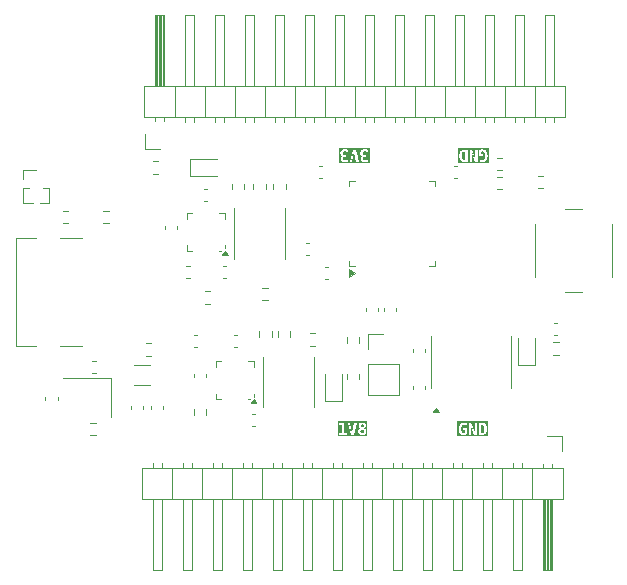
<source format=gbr>
%TF.GenerationSoftware,KiCad,Pcbnew,8.0.2-8.0.2-0~ubuntu22.04.1*%
%TF.CreationDate,2024-06-03T20:12:09+08:00*%
%TF.ProjectId,pcb-stm32,7063622d-7374-46d3-9332-2e6b69636164,rev?*%
%TF.SameCoordinates,Original*%
%TF.FileFunction,Legend,Top*%
%TF.FilePolarity,Positive*%
%FSLAX46Y46*%
G04 Gerber Fmt 4.6, Leading zero omitted, Abs format (unit mm)*
G04 Created by KiCad (PCBNEW 8.0.2-8.0.2-0~ubuntu22.04.1) date 2024-06-03 20:12:09*
%MOMM*%
%LPD*%
G01*
G04 APERTURE LIST*
%ADD10C,0.200000*%
%ADD11C,0.120000*%
G04 APERTURE END LIST*
D10*
G36*
X143118946Y-74329734D02*
G01*
X143063991Y-74329734D01*
X143021533Y-74326987D01*
X142972455Y-74314774D01*
X142927534Y-74289358D01*
X142893510Y-74251577D01*
X142890384Y-74246601D01*
X142868952Y-74199134D01*
X142855408Y-74146430D01*
X142847668Y-74092958D01*
X142843947Y-74042547D01*
X142842707Y-73986817D01*
X142842757Y-73975170D01*
X142844493Y-73920148D01*
X142848710Y-73870480D01*
X142857045Y-73817947D01*
X142871284Y-73766403D01*
X142893510Y-73720348D01*
X142923216Y-73686048D01*
X142966926Y-73659173D01*
X143014927Y-73645698D01*
X143063991Y-73641946D01*
X143118946Y-73641946D01*
X143118946Y-74329734D01*
G37*
G36*
X145130755Y-74628424D02*
G01*
X142520815Y-74628424D01*
X142520815Y-73986817D01*
X142631926Y-73986817D01*
X142632034Y-74003780D01*
X142634627Y-74068634D01*
X142640677Y-74128695D01*
X142650186Y-74183962D01*
X142663152Y-74234437D01*
X142684221Y-74290789D01*
X142710693Y-74339652D01*
X142742568Y-74381025D01*
X142749620Y-74388448D01*
X142789004Y-74422029D01*
X142835258Y-74449719D01*
X142888381Y-74471517D01*
X142935825Y-74484714D01*
X142987665Y-74494140D01*
X143043902Y-74499796D01*
X143104535Y-74501681D01*
X143321667Y-74501681D01*
X143493859Y-74501681D01*
X143672644Y-74501681D01*
X143672644Y-73751856D01*
X143958408Y-74501681D01*
X144176029Y-74501681D01*
X144176029Y-73550355D01*
X144323796Y-73550355D01*
X144323796Y-74017103D01*
X144639846Y-74017103D01*
X144639846Y-73845157D01*
X144500872Y-73845157D01*
X144500872Y-73649518D01*
X144538729Y-73631933D01*
X144544664Y-73630616D01*
X144593684Y-73626315D01*
X144631308Y-73629535D01*
X144681143Y-73646440D01*
X144723056Y-73677835D01*
X144753663Y-73717906D01*
X144760318Y-73729714D01*
X144780228Y-73776209D01*
X144794879Y-73830746D01*
X144803251Y-73883892D01*
X144807276Y-73932693D01*
X144808618Y-73985596D01*
X144808562Y-73996833D01*
X144806617Y-74050320D01*
X144801893Y-74099310D01*
X144792557Y-74152164D01*
X144776607Y-74205644D01*
X144751709Y-74255973D01*
X144723923Y-74290805D01*
X144680024Y-74323018D01*
X144633282Y-74339779D01*
X144579274Y-74345366D01*
X144554922Y-74344396D01*
X144504752Y-74335636D01*
X144458129Y-74317766D01*
X144434492Y-74304501D01*
X144393882Y-74272982D01*
X144360188Y-74235945D01*
X144360188Y-74454787D01*
X144380055Y-74465646D01*
X144424925Y-74485757D01*
X144472295Y-74501193D01*
X144494721Y-74506671D01*
X144543840Y-74514652D01*
X144593684Y-74517313D01*
X144619164Y-74516780D01*
X144679540Y-74510780D01*
X144735169Y-74498113D01*
X144786053Y-74478780D01*
X144832189Y-74452780D01*
X144873579Y-74420114D01*
X144910223Y-74380781D01*
X144923473Y-74363238D01*
X144952858Y-74315205D01*
X144976901Y-74261209D01*
X144992288Y-74213719D01*
X145004256Y-74162413D01*
X145012805Y-74107290D01*
X145017934Y-74048351D01*
X145019644Y-73985596D01*
X145019538Y-73969788D01*
X145016996Y-73908833D01*
X145011066Y-73851518D01*
X145001746Y-73797843D01*
X144989038Y-73747810D01*
X144968387Y-73690388D01*
X144942441Y-73638654D01*
X144911200Y-73592609D01*
X144897261Y-73575869D01*
X144859324Y-73538744D01*
X144816975Y-73508369D01*
X144770214Y-73484743D01*
X144719040Y-73467868D01*
X144663453Y-73457743D01*
X144603454Y-73454368D01*
X144554209Y-73456729D01*
X144502299Y-73464781D01*
X144452756Y-73478548D01*
X144409832Y-73496055D01*
X144365371Y-73520492D01*
X144323796Y-73550355D01*
X144176029Y-73550355D01*
X144176029Y-73470000D01*
X143997487Y-73470000D01*
X143997487Y-74219825D01*
X143710258Y-73470000D01*
X143493859Y-73470000D01*
X143493859Y-74501681D01*
X143321667Y-74501681D01*
X143321667Y-73470000D01*
X143104535Y-73470000D01*
X143043902Y-73471892D01*
X142987665Y-73477571D01*
X142935825Y-73487035D01*
X142877206Y-73504190D01*
X142825457Y-73527259D01*
X142780578Y-73556244D01*
X142742568Y-73591144D01*
X142722795Y-73615248D01*
X142694162Y-73661394D01*
X142670931Y-73715006D01*
X142656237Y-73763271D01*
X142644999Y-73816313D01*
X142637220Y-73874134D01*
X142632898Y-73936733D01*
X142631926Y-73986817D01*
X142520815Y-73986817D01*
X142520815Y-73343257D01*
X145130755Y-73343257D01*
X145130755Y-74628424D01*
G37*
G36*
X135025137Y-74628424D02*
G01*
X132448902Y-74628424D01*
X132448902Y-73761381D01*
X132560013Y-73761381D01*
X132562048Y-73801727D01*
X132571093Y-73850820D01*
X132589917Y-73899626D01*
X132617899Y-73941632D01*
X132645618Y-73969298D01*
X132688607Y-73997930D01*
X132733762Y-74016829D01*
X132785450Y-74029560D01*
X132767664Y-74033253D01*
X132719046Y-74048531D01*
X132673365Y-74072893D01*
X132636461Y-74105031D01*
X132633246Y-74108666D01*
X132604611Y-74152899D01*
X132589298Y-74199872D01*
X132584193Y-74253286D01*
X132584282Y-74260958D01*
X132589857Y-74311737D01*
X132606847Y-74363501D01*
X132635164Y-74408579D01*
X132674808Y-74446971D01*
X132680541Y-74451299D01*
X132724587Y-74477745D01*
X132775483Y-74497460D01*
X132824558Y-74509001D01*
X132878666Y-74515595D01*
X132927599Y-74517313D01*
X132959564Y-74516550D01*
X133008772Y-74512542D01*
X133059490Y-74505101D01*
X133076774Y-74501681D01*
X133349895Y-74501681D01*
X133554082Y-74501681D01*
X133734577Y-73639993D01*
X133914584Y-74501681D01*
X134118771Y-74501681D01*
X133943686Y-73761381D01*
X134244312Y-73761381D01*
X134246347Y-73801727D01*
X134255392Y-73850820D01*
X134274216Y-73899626D01*
X134302198Y-73941632D01*
X134329917Y-73969298D01*
X134372906Y-73997930D01*
X134418060Y-74016829D01*
X134469748Y-74029560D01*
X134451962Y-74033253D01*
X134403345Y-74048531D01*
X134357664Y-74072893D01*
X134320760Y-74105031D01*
X134317544Y-74108666D01*
X134288909Y-74152899D01*
X134273596Y-74199872D01*
X134268492Y-74253286D01*
X134268581Y-74260958D01*
X134274156Y-74311737D01*
X134291146Y-74363501D01*
X134319463Y-74408579D01*
X134359106Y-74446971D01*
X134364840Y-74451299D01*
X134408886Y-74477745D01*
X134459781Y-74497460D01*
X134508857Y-74509001D01*
X134562964Y-74515595D01*
X134611898Y-74517313D01*
X134643863Y-74516550D01*
X134693070Y-74512542D01*
X134743789Y-74505101D01*
X134786899Y-74496571D01*
X134834815Y-74484765D01*
X134883251Y-74470418D01*
X134883251Y-74282840D01*
X134843796Y-74298854D01*
X134796622Y-74315278D01*
X134746475Y-74329246D01*
X134726070Y-74333890D01*
X134674914Y-74342280D01*
X134622889Y-74345366D01*
X134604494Y-74344866D01*
X134552092Y-74336336D01*
X134505652Y-74313370D01*
X134474511Y-74275329D01*
X134464131Y-74224710D01*
X134473254Y-74179244D01*
X134505652Y-74140690D01*
X134522425Y-74130564D01*
X134570911Y-74115083D01*
X134622889Y-74110893D01*
X134731332Y-74110893D01*
X134731332Y-73938946D01*
X134622889Y-73938946D01*
X134576579Y-73935468D01*
X134528531Y-73921772D01*
X134486845Y-73894982D01*
X134463586Y-73867354D01*
X134444415Y-73821502D01*
X134438729Y-73770418D01*
X134439481Y-73754294D01*
X134453954Y-73704533D01*
X134486845Y-73665150D01*
X134516615Y-73646377D01*
X134564723Y-73630904D01*
X134617271Y-73626315D01*
X134622423Y-73626330D01*
X134673132Y-73628191D01*
X134722362Y-73633152D01*
X134774808Y-73642191D01*
X134820517Y-73653673D01*
X134868484Y-73669554D01*
X134914026Y-73688841D01*
X134914026Y-73501263D01*
X134870487Y-73488115D01*
X134821106Y-73476078D01*
X134770167Y-73466580D01*
X134722912Y-73460140D01*
X134670380Y-73455811D01*
X134617271Y-73454368D01*
X134594864Y-73454675D01*
X134541800Y-73458131D01*
X134483697Y-73467348D01*
X134431674Y-73482094D01*
X134385729Y-73502370D01*
X134339811Y-73533014D01*
X134307356Y-73565005D01*
X134277979Y-73608644D01*
X134257742Y-73659085D01*
X134247670Y-73707735D01*
X134244312Y-73761381D01*
X133943686Y-73761381D01*
X133874773Y-73470000D01*
X133593893Y-73470000D01*
X133349895Y-74501681D01*
X133076774Y-74501681D01*
X133102600Y-74496571D01*
X133150517Y-74484765D01*
X133198953Y-74470418D01*
X133198953Y-74282840D01*
X133159497Y-74298854D01*
X133112323Y-74315278D01*
X133062177Y-74329246D01*
X133041772Y-74333890D01*
X132990616Y-74342280D01*
X132938590Y-74345366D01*
X132920195Y-74344866D01*
X132867793Y-74336336D01*
X132821353Y-74313370D01*
X132790212Y-74275329D01*
X132779832Y-74224710D01*
X132788955Y-74179244D01*
X132821353Y-74140690D01*
X132838126Y-74130564D01*
X132886612Y-74115083D01*
X132938590Y-74110893D01*
X133047034Y-74110893D01*
X133047034Y-73938946D01*
X132938590Y-73938946D01*
X132892280Y-73935468D01*
X132844232Y-73921772D01*
X132802547Y-73894982D01*
X132779287Y-73867354D01*
X132760116Y-73821502D01*
X132754431Y-73770418D01*
X132755183Y-73754294D01*
X132769655Y-73704533D01*
X132802547Y-73665150D01*
X132832317Y-73646377D01*
X132880425Y-73630904D01*
X132932972Y-73626315D01*
X132938125Y-73626330D01*
X132988834Y-73628191D01*
X133038064Y-73633152D01*
X133090509Y-73642191D01*
X133136219Y-73653673D01*
X133184185Y-73669554D01*
X133229727Y-73688841D01*
X133229727Y-73501263D01*
X133186188Y-73488115D01*
X133136807Y-73476078D01*
X133085868Y-73466580D01*
X133038613Y-73460140D01*
X132986081Y-73455811D01*
X132932972Y-73454368D01*
X132910565Y-73454675D01*
X132857502Y-73458131D01*
X132799399Y-73467348D01*
X132747375Y-73482094D01*
X132701431Y-73502370D01*
X132655512Y-73533014D01*
X132623058Y-73565005D01*
X132593681Y-73608644D01*
X132573443Y-73659085D01*
X132563371Y-73707735D01*
X132560013Y-73761381D01*
X132448902Y-73761381D01*
X132448902Y-73343257D01*
X135025137Y-73343257D01*
X135025137Y-74628424D01*
G37*
G36*
X134428363Y-97162150D02*
G01*
X134476282Y-97175273D01*
X134517969Y-97205994D01*
X134534338Y-97227046D01*
X134554071Y-97273523D01*
X134559979Y-97324940D01*
X134558493Y-97351207D01*
X134545082Y-97401696D01*
X134517725Y-97443398D01*
X134503894Y-97456626D01*
X134458507Y-97481737D01*
X134407571Y-97489316D01*
X134386914Y-97488212D01*
X134339178Y-97475019D01*
X134297418Y-97444131D01*
X134281144Y-97422900D01*
X134261525Y-97376277D01*
X134255652Y-97324940D01*
X134257120Y-97298210D01*
X134270376Y-97247305D01*
X134297418Y-97205994D01*
X134311184Y-97193047D01*
X134356517Y-97168470D01*
X134407571Y-97161053D01*
X134428363Y-97162150D01*
G37*
G36*
X134411316Y-96739036D02*
G01*
X134461488Y-96747855D01*
X134502581Y-96774417D01*
X134506781Y-96778944D01*
X134530626Y-96822373D01*
X134537264Y-96870893D01*
X134537230Y-96874715D01*
X134528593Y-96926092D01*
X134502581Y-96968590D01*
X134500389Y-96970814D01*
X134458494Y-96996795D01*
X134407571Y-97004738D01*
X134403856Y-97004703D01*
X134354021Y-96995701D01*
X134313049Y-96968590D01*
X134308849Y-96963972D01*
X134285005Y-96919886D01*
X134278367Y-96870893D01*
X134278401Y-96867146D01*
X134287098Y-96816732D01*
X134313293Y-96774905D01*
X134315515Y-96772696D01*
X134357418Y-96746891D01*
X134407571Y-96739002D01*
X134411316Y-96739036D01*
G37*
G36*
X134853783Y-97756742D02*
G01*
X132318093Y-97756742D01*
X132318093Y-97458053D01*
X132429204Y-97458053D01*
X132429204Y-97630000D01*
X133079623Y-97630000D01*
X133079623Y-97458053D01*
X132852965Y-97458053D01*
X132852965Y-96598318D01*
X133181228Y-96598318D01*
X133425226Y-97630000D01*
X133706106Y-97630000D01*
X133775828Y-97335198D01*
X134072958Y-97335198D01*
X134075087Y-97379959D01*
X134083262Y-97429326D01*
X134100547Y-97480931D01*
X134126178Y-97526085D01*
X134160153Y-97564787D01*
X134201795Y-97596288D01*
X134250427Y-97620051D01*
X134297673Y-97634262D01*
X134350055Y-97642789D01*
X134407571Y-97645631D01*
X134465253Y-97642789D01*
X134517767Y-97634262D01*
X134565111Y-97620051D01*
X134613812Y-97596288D01*
X134655478Y-97564787D01*
X134685110Y-97532009D01*
X134711933Y-97487777D01*
X134730410Y-97437093D01*
X134739607Y-97388516D01*
X134742672Y-97335198D01*
X134742249Y-97317668D01*
X134735906Y-97267936D01*
X134719930Y-97217709D01*
X134694556Y-97172777D01*
X134688426Y-97164452D01*
X134653398Y-97127691D01*
X134611070Y-97099040D01*
X134561444Y-97078499D01*
X134601430Y-97060912D01*
X134642483Y-97033066D01*
X134677459Y-96994724D01*
X134700126Y-96952655D01*
X134713383Y-96904699D01*
X134717271Y-96855994D01*
X134717190Y-96848139D01*
X134712066Y-96796063D01*
X134696449Y-96742787D01*
X134670422Y-96696168D01*
X134633984Y-96656203D01*
X134606560Y-96635024D01*
X134563219Y-96611404D01*
X134514103Y-96594819D01*
X134459214Y-96585271D01*
X134407571Y-96582686D01*
X134372782Y-96583835D01*
X134324090Y-96589866D01*
X134272578Y-96603435D01*
X134226770Y-96624040D01*
X134181402Y-96656203D01*
X134171346Y-96665570D01*
X134137610Y-96707199D01*
X134114254Y-96755482D01*
X134102333Y-96803190D01*
X134098360Y-96855994D01*
X134099439Y-96870893D01*
X134101567Y-96900284D01*
X134114197Y-96948959D01*
X134138904Y-96995212D01*
X134171165Y-97030619D01*
X134212200Y-97058926D01*
X134257117Y-97078499D01*
X134246457Y-97081870D01*
X134197560Y-97103675D01*
X134156010Y-97133733D01*
X134121807Y-97172044D01*
X134113077Y-97184974D01*
X134090179Y-97231609D01*
X134076822Y-97283683D01*
X134073727Y-97324940D01*
X134072958Y-97335198D01*
X133775828Y-97335198D01*
X133950104Y-96598318D01*
X133745917Y-96598318D01*
X133565422Y-97460006D01*
X133385415Y-96598318D01*
X133181228Y-96598318D01*
X132852965Y-96598318D01*
X132657083Y-96598318D01*
X132444836Y-96645212D01*
X132444836Y-96817159D01*
X132655861Y-96770265D01*
X132655861Y-97458053D01*
X132429204Y-97458053D01*
X132318093Y-97458053D01*
X132318093Y-96471575D01*
X134853783Y-96471575D01*
X134853783Y-97756742D01*
G37*
G36*
X144578466Y-96773012D02*
G01*
X144627544Y-96785225D01*
X144672465Y-96810641D01*
X144706489Y-96848422D01*
X144709615Y-96853398D01*
X144731047Y-96900865D01*
X144744591Y-96953569D01*
X144752331Y-97007041D01*
X144756052Y-97057452D01*
X144757292Y-97113182D01*
X144757242Y-97124829D01*
X144755506Y-97179851D01*
X144751289Y-97229519D01*
X144742954Y-97282052D01*
X144728715Y-97333596D01*
X144706489Y-97379651D01*
X144676783Y-97413951D01*
X144633073Y-97440826D01*
X144585072Y-97454301D01*
X144536008Y-97458053D01*
X144481053Y-97458053D01*
X144481053Y-96770265D01*
X144536008Y-96770265D01*
X144578466Y-96773012D01*
G37*
G36*
X145079184Y-97756742D02*
G01*
X142469244Y-97756742D01*
X142469244Y-97114403D01*
X142580355Y-97114403D01*
X142580461Y-97130211D01*
X142583003Y-97191166D01*
X142588933Y-97248481D01*
X142598253Y-97302156D01*
X142610961Y-97352189D01*
X142631612Y-97409611D01*
X142657558Y-97461345D01*
X142688799Y-97507390D01*
X142702738Y-97524130D01*
X142740675Y-97561255D01*
X142783024Y-97591630D01*
X142829785Y-97615256D01*
X142880959Y-97632131D01*
X142936546Y-97642256D01*
X142996545Y-97645631D01*
X143045790Y-97643270D01*
X143097700Y-97635218D01*
X143116478Y-97630000D01*
X143423970Y-97630000D01*
X143602512Y-97630000D01*
X143602512Y-96880174D01*
X143889741Y-97630000D01*
X144106140Y-97630000D01*
X144106140Y-97458053D01*
X144278332Y-97458053D01*
X144278332Y-97630000D01*
X144495464Y-97630000D01*
X144556097Y-97628107D01*
X144612334Y-97622428D01*
X144664174Y-97612964D01*
X144722793Y-97595809D01*
X144774542Y-97572740D01*
X144819421Y-97543755D01*
X144857431Y-97508855D01*
X144877204Y-97484751D01*
X144905837Y-97438605D01*
X144929068Y-97384993D01*
X144943762Y-97336728D01*
X144955000Y-97283686D01*
X144962779Y-97225865D01*
X144967101Y-97163266D01*
X144968073Y-97113182D01*
X144967965Y-97096219D01*
X144965372Y-97031365D01*
X144959322Y-96971304D01*
X144949813Y-96916037D01*
X144936847Y-96865562D01*
X144915778Y-96809210D01*
X144889306Y-96760347D01*
X144857431Y-96718974D01*
X144850379Y-96711551D01*
X144810995Y-96677970D01*
X144764741Y-96650280D01*
X144711618Y-96628482D01*
X144664174Y-96615285D01*
X144612334Y-96605859D01*
X144556097Y-96600203D01*
X144495464Y-96598318D01*
X144278332Y-96598318D01*
X144278332Y-97458053D01*
X144106140Y-97458053D01*
X144106140Y-96598318D01*
X143927355Y-96598318D01*
X143927355Y-97348143D01*
X143641591Y-96598318D01*
X143423970Y-96598318D01*
X143423970Y-97630000D01*
X143116478Y-97630000D01*
X143147243Y-97621451D01*
X143190167Y-97603944D01*
X143234628Y-97579507D01*
X143276203Y-97549644D01*
X143276203Y-97082896D01*
X142960153Y-97082896D01*
X142960153Y-97254842D01*
X143099127Y-97254842D01*
X143099127Y-97450481D01*
X143061270Y-97468066D01*
X143055335Y-97469383D01*
X143006315Y-97473684D01*
X142968691Y-97470464D01*
X142918856Y-97453559D01*
X142876943Y-97422164D01*
X142846336Y-97382093D01*
X142839681Y-97370285D01*
X142819771Y-97323790D01*
X142805120Y-97269253D01*
X142796748Y-97216107D01*
X142792723Y-97167306D01*
X142791381Y-97114403D01*
X142791437Y-97103166D01*
X142793382Y-97049679D01*
X142798106Y-97000689D01*
X142807442Y-96947835D01*
X142823392Y-96894355D01*
X142848290Y-96844026D01*
X142876076Y-96809194D01*
X142919975Y-96776981D01*
X142966717Y-96760220D01*
X143020725Y-96754633D01*
X143045077Y-96755603D01*
X143095247Y-96764363D01*
X143141870Y-96782233D01*
X143165507Y-96795498D01*
X143206117Y-96827017D01*
X143239811Y-96864054D01*
X143239811Y-96645212D01*
X143219944Y-96634353D01*
X143175074Y-96614242D01*
X143127704Y-96598806D01*
X143105278Y-96593328D01*
X143056159Y-96585347D01*
X143006315Y-96582686D01*
X142980835Y-96583219D01*
X142920459Y-96589219D01*
X142864830Y-96601886D01*
X142813946Y-96621219D01*
X142767810Y-96647219D01*
X142726420Y-96679885D01*
X142689776Y-96719218D01*
X142676526Y-96736761D01*
X142647141Y-96784794D01*
X142623098Y-96838790D01*
X142607711Y-96886280D01*
X142595743Y-96937586D01*
X142587194Y-96992709D01*
X142582065Y-97051648D01*
X142580355Y-97114403D01*
X142469244Y-97114403D01*
X142469244Y-96471575D01*
X145079184Y-96471575D01*
X145079184Y-97756742D01*
G37*
D11*
%TO.C,C5*%
X107590000Y-94690580D02*
X107590000Y-94409420D01*
X108610000Y-94690580D02*
X108610000Y-94409420D01*
%TO.C,C3*%
X150940580Y-88190000D02*
X150659420Y-88190000D01*
X150940580Y-89210000D02*
X150659420Y-89210000D01*
%TO.C,C10*%
X134690000Y-87140580D02*
X134690000Y-86859420D01*
X135710000Y-87140580D02*
X135710000Y-86859420D01*
%TO.C,C20*%
X121290580Y-76840000D02*
X121009420Y-76840000D01*
X121290580Y-77860000D02*
X121009420Y-77860000D01*
%TO.C,J3*%
X115730000Y-100440000D02*
X115730000Y-103100000D01*
X115730000Y-103100000D02*
X151410000Y-103100000D01*
X116680000Y-100042929D02*
X116680000Y-100440000D01*
X116680000Y-109100000D02*
X116680000Y-103100000D01*
X117440000Y-100042929D02*
X117440000Y-100440000D01*
X117440000Y-103100000D02*
X117440000Y-109100000D01*
X117440000Y-109100000D02*
X116680000Y-109100000D01*
X118330000Y-100440000D02*
X118330000Y-103100000D01*
X119220000Y-100042929D02*
X119220000Y-100440000D01*
X119220000Y-109100000D02*
X119220000Y-103100000D01*
X119980000Y-100042929D02*
X119980000Y-100440000D01*
X119980000Y-103100000D02*
X119980000Y-109100000D01*
X119980000Y-109100000D02*
X119220000Y-109100000D01*
X120870000Y-100440000D02*
X120870000Y-103100000D01*
X121760000Y-100042929D02*
X121760000Y-100440000D01*
X121760000Y-109100000D02*
X121760000Y-103100000D01*
X122520000Y-100042929D02*
X122520000Y-100440000D01*
X122520000Y-103100000D02*
X122520000Y-109100000D01*
X122520000Y-109100000D02*
X121760000Y-109100000D01*
X123410000Y-100440000D02*
X123410000Y-103100000D01*
X124300000Y-100042929D02*
X124300000Y-100440000D01*
X124300000Y-109100000D02*
X124300000Y-103100000D01*
X125060000Y-100042929D02*
X125060000Y-100440000D01*
X125060000Y-103100000D02*
X125060000Y-109100000D01*
X125060000Y-109100000D02*
X124300000Y-109100000D01*
X125950000Y-100440000D02*
X125950000Y-103100000D01*
X126840000Y-100042929D02*
X126840000Y-100440000D01*
X126840000Y-109100000D02*
X126840000Y-103100000D01*
X127600000Y-100042929D02*
X127600000Y-100440000D01*
X127600000Y-103100000D02*
X127600000Y-109100000D01*
X127600000Y-109100000D02*
X126840000Y-109100000D01*
X128490000Y-100440000D02*
X128490000Y-103100000D01*
X129380000Y-100042929D02*
X129380000Y-100440000D01*
X129380000Y-109100000D02*
X129380000Y-103100000D01*
X130140000Y-100042929D02*
X130140000Y-100440000D01*
X130140000Y-103100000D02*
X130140000Y-109100000D01*
X130140000Y-109100000D02*
X129380000Y-109100000D01*
X131030000Y-100440000D02*
X131030000Y-103100000D01*
X131920000Y-100042929D02*
X131920000Y-100440000D01*
X131920000Y-109100000D02*
X131920000Y-103100000D01*
X132680000Y-100042929D02*
X132680000Y-100440000D01*
X132680000Y-103100000D02*
X132680000Y-109100000D01*
X132680000Y-109100000D02*
X131920000Y-109100000D01*
X133570000Y-100440000D02*
X133570000Y-103100000D01*
X134460000Y-100042929D02*
X134460000Y-100440000D01*
X134460000Y-109100000D02*
X134460000Y-103100000D01*
X135220000Y-100042929D02*
X135220000Y-100440000D01*
X135220000Y-103100000D02*
X135220000Y-109100000D01*
X135220000Y-109100000D02*
X134460000Y-109100000D01*
X136110000Y-100440000D02*
X136110000Y-103100000D01*
X137000000Y-100042929D02*
X137000000Y-100440000D01*
X137000000Y-109100000D02*
X137000000Y-103100000D01*
X137760000Y-100042929D02*
X137760000Y-100440000D01*
X137760000Y-103100000D02*
X137760000Y-109100000D01*
X137760000Y-109100000D02*
X137000000Y-109100000D01*
X138650000Y-100440000D02*
X138650000Y-103100000D01*
X139540000Y-100042929D02*
X139540000Y-100440000D01*
X139540000Y-109100000D02*
X139540000Y-103100000D01*
X140300000Y-100042929D02*
X140300000Y-100440000D01*
X140300000Y-103100000D02*
X140300000Y-109100000D01*
X140300000Y-109100000D02*
X139540000Y-109100000D01*
X141190000Y-100440000D02*
X141190000Y-103100000D01*
X142080000Y-100042929D02*
X142080000Y-100440000D01*
X142080000Y-109100000D02*
X142080000Y-103100000D01*
X142840000Y-100042929D02*
X142840000Y-100440000D01*
X142840000Y-103100000D02*
X142840000Y-109100000D01*
X142840000Y-109100000D02*
X142080000Y-109100000D01*
X143730000Y-100440000D02*
X143730000Y-103100000D01*
X144620000Y-100042929D02*
X144620000Y-100440000D01*
X144620000Y-109100000D02*
X144620000Y-103100000D01*
X145380000Y-100042929D02*
X145380000Y-100440000D01*
X145380000Y-103100000D02*
X145380000Y-109100000D01*
X145380000Y-109100000D02*
X144620000Y-109100000D01*
X146270000Y-100440000D02*
X146270000Y-103100000D01*
X147160000Y-100042929D02*
X147160000Y-100440000D01*
X147160000Y-109100000D02*
X147160000Y-103100000D01*
X147920000Y-100042929D02*
X147920000Y-100440000D01*
X147920000Y-103100000D02*
X147920000Y-109100000D01*
X147920000Y-109100000D02*
X147160000Y-109100000D01*
X148810000Y-100440000D02*
X148810000Y-103100000D01*
X149700000Y-100110000D02*
X149700000Y-100440000D01*
X149700000Y-109100000D02*
X149700000Y-103100000D01*
X149800000Y-103100000D02*
X149800000Y-109100000D01*
X149920000Y-103100000D02*
X149920000Y-109100000D01*
X150040000Y-103100000D02*
X150040000Y-109100000D01*
X150080000Y-97730000D02*
X151350000Y-97730000D01*
X150160000Y-103100000D02*
X150160000Y-109100000D01*
X150280000Y-103100000D02*
X150280000Y-109100000D01*
X150400000Y-103100000D02*
X150400000Y-109100000D01*
X150460000Y-100110000D02*
X150460000Y-100440000D01*
X150460000Y-103100000D02*
X150460000Y-109100000D01*
X150460000Y-109100000D02*
X149700000Y-109100000D01*
X151350000Y-97730000D02*
X151350000Y-99000000D01*
X151410000Y-100440000D02*
X115730000Y-100440000D01*
X151410000Y-103100000D02*
X151410000Y-100440000D01*
%TO.C,R26*%
X126437258Y-85177500D02*
X125962742Y-85177500D01*
X126437258Y-86222500D02*
X125962742Y-86222500D01*
%TO.C,C13*%
X131040580Y-74890000D02*
X130759420Y-74890000D01*
X131040580Y-75910000D02*
X130759420Y-75910000D01*
%TO.C,J2*%
X115920000Y-68050000D02*
X115920000Y-70710000D01*
X115920000Y-70710000D02*
X151600000Y-70710000D01*
X115980000Y-73420000D02*
X115980000Y-72150000D01*
X116870000Y-62050000D02*
X117630000Y-62050000D01*
X116870000Y-68050000D02*
X116870000Y-62050000D01*
X116870000Y-71040000D02*
X116870000Y-70710000D01*
X116930000Y-68050000D02*
X116930000Y-62050000D01*
X117050000Y-68050000D02*
X117050000Y-62050000D01*
X117170000Y-68050000D02*
X117170000Y-62050000D01*
X117250000Y-73420000D02*
X115980000Y-73420000D01*
X117290000Y-68050000D02*
X117290000Y-62050000D01*
X117410000Y-68050000D02*
X117410000Y-62050000D01*
X117530000Y-68050000D02*
X117530000Y-62050000D01*
X117630000Y-62050000D02*
X117630000Y-68050000D01*
X117630000Y-71040000D02*
X117630000Y-70710000D01*
X118520000Y-70710000D02*
X118520000Y-68050000D01*
X119410000Y-62050000D02*
X120170000Y-62050000D01*
X119410000Y-68050000D02*
X119410000Y-62050000D01*
X119410000Y-71107071D02*
X119410000Y-70710000D01*
X120170000Y-62050000D02*
X120170000Y-68050000D01*
X120170000Y-71107071D02*
X120170000Y-70710000D01*
X121060000Y-70710000D02*
X121060000Y-68050000D01*
X121950000Y-62050000D02*
X122710000Y-62050000D01*
X121950000Y-68050000D02*
X121950000Y-62050000D01*
X121950000Y-71107071D02*
X121950000Y-70710000D01*
X122710000Y-62050000D02*
X122710000Y-68050000D01*
X122710000Y-71107071D02*
X122710000Y-70710000D01*
X123600000Y-70710000D02*
X123600000Y-68050000D01*
X124490000Y-62050000D02*
X125250000Y-62050000D01*
X124490000Y-68050000D02*
X124490000Y-62050000D01*
X124490000Y-71107071D02*
X124490000Y-70710000D01*
X125250000Y-62050000D02*
X125250000Y-68050000D01*
X125250000Y-71107071D02*
X125250000Y-70710000D01*
X126140000Y-70710000D02*
X126140000Y-68050000D01*
X127030000Y-62050000D02*
X127790000Y-62050000D01*
X127030000Y-68050000D02*
X127030000Y-62050000D01*
X127030000Y-71107071D02*
X127030000Y-70710000D01*
X127790000Y-62050000D02*
X127790000Y-68050000D01*
X127790000Y-71107071D02*
X127790000Y-70710000D01*
X128680000Y-70710000D02*
X128680000Y-68050000D01*
X129570000Y-62050000D02*
X130330000Y-62050000D01*
X129570000Y-68050000D02*
X129570000Y-62050000D01*
X129570000Y-71107071D02*
X129570000Y-70710000D01*
X130330000Y-62050000D02*
X130330000Y-68050000D01*
X130330000Y-71107071D02*
X130330000Y-70710000D01*
X131220000Y-70710000D02*
X131220000Y-68050000D01*
X132110000Y-62050000D02*
X132870000Y-62050000D01*
X132110000Y-68050000D02*
X132110000Y-62050000D01*
X132110000Y-71107071D02*
X132110000Y-70710000D01*
X132870000Y-62050000D02*
X132870000Y-68050000D01*
X132870000Y-71107071D02*
X132870000Y-70710000D01*
X133760000Y-70710000D02*
X133760000Y-68050000D01*
X134650000Y-62050000D02*
X135410000Y-62050000D01*
X134650000Y-68050000D02*
X134650000Y-62050000D01*
X134650000Y-71107071D02*
X134650000Y-70710000D01*
X135410000Y-62050000D02*
X135410000Y-68050000D01*
X135410000Y-71107071D02*
X135410000Y-70710000D01*
X136300000Y-70710000D02*
X136300000Y-68050000D01*
X137190000Y-62050000D02*
X137950000Y-62050000D01*
X137190000Y-68050000D02*
X137190000Y-62050000D01*
X137190000Y-71107071D02*
X137190000Y-70710000D01*
X137950000Y-62050000D02*
X137950000Y-68050000D01*
X137950000Y-71107071D02*
X137950000Y-70710000D01*
X138840000Y-70710000D02*
X138840000Y-68050000D01*
X139730000Y-62050000D02*
X140490000Y-62050000D01*
X139730000Y-68050000D02*
X139730000Y-62050000D01*
X139730000Y-71107071D02*
X139730000Y-70710000D01*
X140490000Y-62050000D02*
X140490000Y-68050000D01*
X140490000Y-71107071D02*
X140490000Y-70710000D01*
X141380000Y-70710000D02*
X141380000Y-68050000D01*
X142270000Y-62050000D02*
X143030000Y-62050000D01*
X142270000Y-68050000D02*
X142270000Y-62050000D01*
X142270000Y-71107071D02*
X142270000Y-70710000D01*
X143030000Y-62050000D02*
X143030000Y-68050000D01*
X143030000Y-71107071D02*
X143030000Y-70710000D01*
X143920000Y-70710000D02*
X143920000Y-68050000D01*
X144810000Y-62050000D02*
X145570000Y-62050000D01*
X144810000Y-68050000D02*
X144810000Y-62050000D01*
X144810000Y-71107071D02*
X144810000Y-70710000D01*
X145570000Y-62050000D02*
X145570000Y-68050000D01*
X145570000Y-71107071D02*
X145570000Y-70710000D01*
X146460000Y-70710000D02*
X146460000Y-68050000D01*
X147350000Y-62050000D02*
X148110000Y-62050000D01*
X147350000Y-68050000D02*
X147350000Y-62050000D01*
X147350000Y-71107071D02*
X147350000Y-70710000D01*
X148110000Y-62050000D02*
X148110000Y-68050000D01*
X148110000Y-71107071D02*
X148110000Y-70710000D01*
X149000000Y-70710000D02*
X149000000Y-68050000D01*
X149890000Y-62050000D02*
X150650000Y-62050000D01*
X149890000Y-68050000D02*
X149890000Y-62050000D01*
X149890000Y-71107071D02*
X149890000Y-70710000D01*
X150650000Y-62050000D02*
X150650000Y-68050000D01*
X150650000Y-71107071D02*
X150650000Y-70710000D01*
X151600000Y-68050000D02*
X115920000Y-68050000D01*
X151600000Y-70710000D02*
X151600000Y-68050000D01*
%TO.C,C22*%
X122890580Y-83340000D02*
X122609420Y-83340000D01*
X122890580Y-84360000D02*
X122609420Y-84360000D01*
%TO.C,R1*%
X149262742Y-75677500D02*
X149737258Y-75677500D01*
X149262742Y-76722500D02*
X149737258Y-76722500D01*
%TO.C,D1*%
X131265000Y-92500000D02*
X131265000Y-94785000D01*
X131265000Y-94785000D02*
X132735000Y-94785000D01*
X132735000Y-94785000D02*
X132735000Y-92500000D01*
%TO.C,C23*%
X138690000Y-93459420D02*
X138690000Y-93740580D01*
X139710000Y-93459420D02*
X139710000Y-93740580D01*
%TO.C,C17*%
X120190000Y-92740580D02*
X120190000Y-92459420D01*
X121210000Y-92740580D02*
X121210000Y-92459420D01*
%TO.C,C2*%
X114790000Y-95159420D02*
X114790000Y-95440580D01*
X115810000Y-95159420D02*
X115810000Y-95440580D01*
%TO.C,C14*%
X120440580Y-89190000D02*
X120159420Y-89190000D01*
X120440580Y-90210000D02*
X120159420Y-90210000D01*
%TO.C,C24*%
X138690000Y-90359420D02*
X138690000Y-90640580D01*
X139710000Y-90359420D02*
X139710000Y-90640580D01*
%TO.C,C4*%
X111840580Y-91340000D02*
X111559420Y-91340000D01*
X111840580Y-92360000D02*
X111559420Y-92360000D01*
%TO.C,J4*%
X134870000Y-89070000D02*
X136200000Y-89070000D01*
X134870000Y-90400000D02*
X134870000Y-89070000D01*
X134870000Y-91670000D02*
X134870000Y-94270000D01*
X134870000Y-91670000D02*
X137530000Y-91670000D01*
X134870000Y-94270000D02*
X137530000Y-94270000D01*
X137530000Y-91670000D02*
X137530000Y-94270000D01*
%TO.C,C11*%
X129659420Y-81390000D02*
X129940580Y-81390000D01*
X129659420Y-82410000D02*
X129940580Y-82410000D01*
%TO.C,Y1*%
X115075000Y-91675000D02*
X116425000Y-91675000D01*
X115075000Y-93425000D02*
X116425000Y-93425000D01*
%TO.C,C21*%
X125340580Y-95840000D02*
X125059420Y-95840000D01*
X125340580Y-96860000D02*
X125059420Y-96860000D01*
%TO.C,R14*%
X125702500Y-89302258D02*
X125702500Y-88827742D01*
X126747500Y-89302258D02*
X126747500Y-88827742D01*
%TO.C,U5*%
X119552500Y-78842500D02*
X119552500Y-79317500D01*
X119552500Y-82062500D02*
X119552500Y-81587500D01*
X120027500Y-78842500D02*
X119552500Y-78842500D01*
X120027500Y-82062500D02*
X119552500Y-82062500D01*
X122297500Y-78842500D02*
X122772500Y-78842500D01*
X122297500Y-82062500D02*
X122472500Y-82062500D01*
X122772500Y-78842500D02*
X122772500Y-79317500D01*
X122772500Y-81587500D02*
X122772500Y-81822500D01*
X123012500Y-82392500D02*
X122532500Y-82392500D01*
X122772500Y-82062500D01*
X123012500Y-82392500D01*
G36*
X123012500Y-82392500D02*
G01*
X122532500Y-82392500D01*
X122772500Y-82062500D01*
X123012500Y-82392500D01*
G37*
%TO.C,R4*%
X111362742Y-96627500D02*
X111837258Y-96627500D01*
X111362742Y-97672500D02*
X111837258Y-97672500D01*
%TO.C,L2*%
X123546000Y-82769000D02*
X123546000Y-78461000D01*
X127854000Y-78461000D02*
X127854000Y-82769000D01*
%TO.C,R18*%
X121062742Y-85477500D02*
X121537258Y-85477500D01*
X121062742Y-86522500D02*
X121537258Y-86522500D01*
%TO.C,R17*%
X120177500Y-95462742D02*
X120177500Y-95937258D01*
X121222500Y-95462742D02*
X121222500Y-95937258D01*
%TO.C,R22*%
X112937258Y-78677500D02*
X112462742Y-78677500D01*
X112937258Y-79722500D02*
X112462742Y-79722500D01*
%TO.C,C15*%
X119803080Y-83342500D02*
X119521920Y-83342500D01*
X119803080Y-84362500D02*
X119521920Y-84362500D01*
%TO.C,J5*%
X105690000Y-75240000D02*
X106800000Y-75240000D01*
X105690000Y-76000000D02*
X105690000Y-75240000D01*
X105690000Y-76760000D02*
X105690000Y-77965000D01*
X105690000Y-76760000D02*
X106236529Y-76760000D01*
X105690000Y-77965000D02*
X106492470Y-77965000D01*
X107107530Y-77965000D02*
X107910000Y-77965000D01*
X107363471Y-76760000D02*
X107910000Y-76760000D01*
X107910000Y-76760000D02*
X107910000Y-77965000D01*
%TO.C,R20*%
X117137258Y-74477500D02*
X116662742Y-74477500D01*
X117137258Y-75522500D02*
X116662742Y-75522500D01*
%TO.C,U2*%
X133330000Y-76110000D02*
X133780000Y-76110000D01*
X133330000Y-76560000D02*
X133330000Y-76110000D01*
X133330000Y-82880000D02*
X133330000Y-83330000D01*
X133330000Y-83330000D02*
X133780000Y-83330000D01*
X140550000Y-76110000D02*
X140100000Y-76110000D01*
X140550000Y-76560000D02*
X140550000Y-76110000D01*
X140550000Y-82880000D02*
X140550000Y-83330000D01*
X140550000Y-83330000D02*
X140100000Y-83330000D01*
X133780000Y-83920000D02*
X133310000Y-84260000D01*
X133310000Y-83580000D01*
X133780000Y-83920000D01*
G36*
X133780000Y-83920000D02*
G01*
X133310000Y-84260000D01*
X133310000Y-83580000D01*
X133780000Y-83920000D01*
G37*
%TO.C,R16*%
X123377500Y-76827258D02*
X123377500Y-76352742D01*
X124422500Y-76827258D02*
X124422500Y-76352742D01*
%TO.C,R2*%
X116062742Y-89877500D02*
X116537258Y-89877500D01*
X116062742Y-90922500D02*
X116537258Y-90922500D01*
%TO.C,R11*%
X130437258Y-89027500D02*
X129962742Y-89027500D01*
X130437258Y-90072500D02*
X129962742Y-90072500D01*
%TO.C,R23*%
X109537258Y-78677500D02*
X109062742Y-78677500D01*
X109537258Y-79722500D02*
X109062742Y-79722500D01*
%TO.C,R12*%
X126877500Y-76362742D02*
X126877500Y-76837258D01*
X127922500Y-76362742D02*
X127922500Y-76837258D01*
%TO.C,C16*%
X131540580Y-83390000D02*
X131259420Y-83390000D01*
X131540580Y-84410000D02*
X131259420Y-84410000D01*
%TO.C,R13*%
X127277500Y-89302258D02*
X127277500Y-88827742D01*
X128322500Y-89302258D02*
X128322500Y-88827742D01*
%TO.C,D3*%
X147565000Y-89400000D02*
X147565000Y-91685000D01*
X147565000Y-91685000D02*
X149035000Y-91685000D01*
X149035000Y-91685000D02*
X149035000Y-89400000D01*
%TO.C,SW1*%
X149050000Y-79750000D02*
X149050000Y-84250000D01*
X151550000Y-85500000D02*
X153050000Y-85500000D01*
X153050000Y-78500000D02*
X151550000Y-78500000D01*
X155550000Y-84250000D02*
X155550000Y-79750000D01*
%TO.C,R24*%
X145787742Y-74177500D02*
X146262258Y-74177500D01*
X145787742Y-75222500D02*
X146262258Y-75222500D01*
%TO.C,R25*%
X145787742Y-75777500D02*
X146262258Y-75777500D01*
X145787742Y-76822500D02*
X146262258Y-76822500D01*
%TO.C,U4*%
X121985000Y-91405000D02*
X121985000Y-91880000D01*
X121985000Y-94625000D02*
X121985000Y-94150000D01*
X122460000Y-91405000D02*
X121985000Y-91405000D01*
X122460000Y-94625000D02*
X121985000Y-94625000D01*
X124730000Y-91405000D02*
X125205000Y-91405000D01*
X124730000Y-94625000D02*
X124905000Y-94625000D01*
X125205000Y-91405000D02*
X125205000Y-91880000D01*
X125205000Y-94150000D02*
X125205000Y-94385000D01*
X125445000Y-94955000D02*
X124965000Y-94955000D01*
X125205000Y-94625000D01*
X125445000Y-94955000D01*
G36*
X125445000Y-94955000D02*
G01*
X124965000Y-94955000D01*
X125205000Y-94625000D01*
X125445000Y-94955000D01*
G37*
%TO.C,D2*%
X119815000Y-74265000D02*
X119815000Y-75735000D01*
X119815000Y-75735000D02*
X122100000Y-75735000D01*
X122100000Y-74265000D02*
X119815000Y-74265000D01*
%TO.C,L1*%
X126046000Y-95304000D02*
X126046000Y-90996000D01*
X130354000Y-90996000D02*
X130354000Y-95304000D01*
%TO.C,C9*%
X136240000Y-87140580D02*
X136240000Y-86859420D01*
X137260000Y-87140580D02*
X137260000Y-86859420D01*
%TO.C,R19*%
X133077500Y-92937258D02*
X133077500Y-92462742D01*
X134122500Y-92937258D02*
X134122500Y-92462742D01*
%TO.C,C18*%
X117690000Y-80240580D02*
X117690000Y-79959420D01*
X118710000Y-80240580D02*
X118710000Y-79959420D01*
%TO.C,R15*%
X125177500Y-76827258D02*
X125177500Y-76352742D01*
X126222500Y-76827258D02*
X126222500Y-76352742D01*
%TO.C,C1*%
X116490000Y-95159420D02*
X116490000Y-95440580D01*
X117510000Y-95159420D02*
X117510000Y-95440580D01*
%TO.C,R3*%
X133077500Y-89837258D02*
X133077500Y-89362742D01*
X134122500Y-89837258D02*
X134122500Y-89362742D01*
%TO.C,R21*%
X150562742Y-89802500D02*
X151037258Y-89802500D01*
X150562742Y-90847500D02*
X151037258Y-90847500D01*
%TO.C,Y2*%
X113100000Y-92800000D02*
X109100000Y-92800000D01*
X113100000Y-96100000D02*
X113100000Y-92800000D01*
%TO.C,C19*%
X123840580Y-89155000D02*
X123559420Y-89155000D01*
X123840580Y-90175000D02*
X123559420Y-90175000D01*
%TO.C,C12*%
X142159420Y-74890000D02*
X142440580Y-74890000D01*
X142159420Y-75910000D02*
X142440580Y-75910000D01*
%TO.C,U3*%
X140215000Y-91500000D02*
X140215000Y-89300000D01*
X140215000Y-91500000D02*
X140215000Y-93700000D01*
X146985000Y-91500000D02*
X146985000Y-89300000D01*
X146985000Y-91500000D02*
X146985000Y-93700000D01*
X140915000Y-95690000D02*
X140435000Y-95690000D01*
X140675000Y-95360000D01*
X140915000Y-95690000D01*
G36*
X140915000Y-95690000D02*
G01*
X140435000Y-95690000D01*
X140675000Y-95360000D01*
X140915000Y-95690000D01*
G37*
%TO.C,J1*%
X105065000Y-80920000D02*
X106770000Y-80920000D01*
X105065000Y-90080000D02*
X105065000Y-80920000D01*
X106770000Y-90080000D02*
X105065000Y-90080000D01*
X108780000Y-90080000D02*
X110700000Y-90080000D01*
X110700000Y-80920000D02*
X108780000Y-80920000D01*
%TD*%
M02*

</source>
